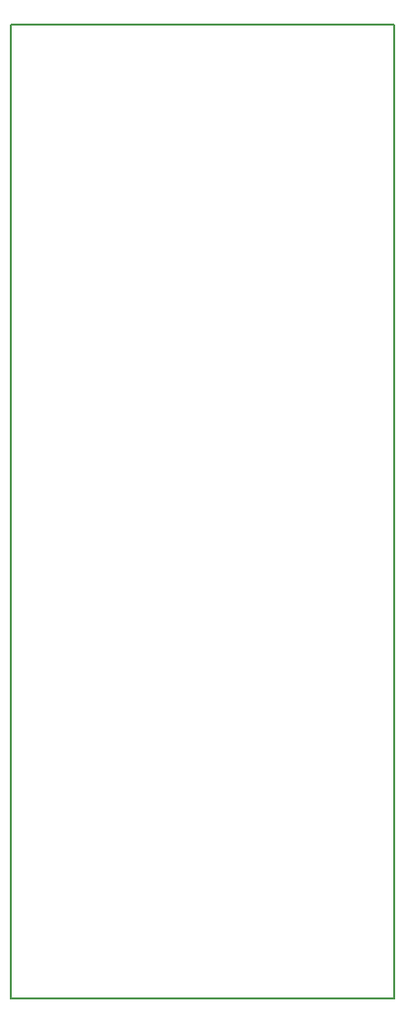
<source format=gbr>
G04 #@! TF.GenerationSoftware,KiCad,Pcbnew,(5.0.1)-4*
G04 #@! TF.CreationDate,2019-05-22T14:07:12-07:00*
G04 #@! TF.ProjectId,stm_proto_board,73746D5F70726F746F5F626F6172642E,rev?*
G04 #@! TF.SameCoordinates,Original*
G04 #@! TF.FileFunction,Profile,NP*
%FSLAX46Y46*%
G04 Gerber Fmt 4.6, Leading zero omitted, Abs format (unit mm)*
G04 Created by KiCad (PCBNEW (5.0.1)-4) date 5/22/2019 2:07:12 PM*
%MOMM*%
%LPD*%
G01*
G04 APERTURE LIST*
%ADD10C,0.150000*%
G04 APERTURE END LIST*
D10*
X132080000Y-44450000D02*
X165100000Y-44450000D01*
X132080000Y-128270000D02*
X132080000Y-44450000D01*
X165100000Y-128270000D02*
X132080000Y-128270000D01*
X165100000Y-44450000D02*
X165100000Y-128270000D01*
M02*

</source>
